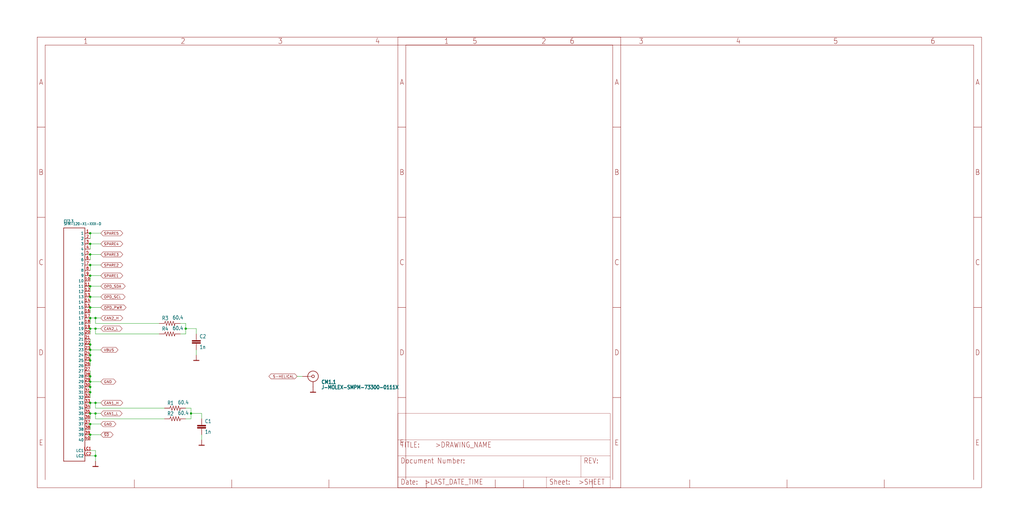
<source format=kicad_sch>
(kicad_sch (version 20211123) (generator eeschema)
  (paper "User" 490.22 254.406)
  (lib_symbols
    (symbol "oresat-backplane-2u-eagle-import:C-EU0603-C-NOSILK"
      (property "Reference" "C" (at 1.524 0.381 0))
      (property "Value" "C-EU0603-C-NOSILK" (at 1.524 -4.699 0))
      (symbol "C-EU0603-C-NOSILK_1_0"
        (rectangle (start -2.032 -2.032) (end 2.032 -1.524) (fill (type outline)))
        (rectangle (start -2.032 -1.016) (end 2.032 -0.508) (fill (type outline)))
        (polyline (pts (xy 0 -2.54) (xy 0 -2.032)) (stroke (width 0.1524)))
        (polyline (pts (xy 0 0) (xy 0 -0.508)) (stroke (width 0.1524)))
        (pin passive line (at 0 2.54 270) (length 2.54) (name "1") (number "1"))
        (pin passive line (at 0 -5.08 90) (length 2.54) (name "2") (number "2"))
      )
    )
    (symbol "oresat-backplane-2u-eagle-import:FRAME_A_L"
      (symbol "FRAME_A_L_0_0"
        (polyline (pts (xy 0 43.18) (xy 3.81 43.18)))
        (polyline (pts (xy 0 86.36) (xy 3.81 86.36)))
        (polyline (pts (xy 0 129.54) (xy 3.81 129.54)))
        (polyline (pts (xy 0 172.72) (xy 3.81 172.72)))
        (polyline (pts (xy 3.81 3.81) (xy 3.81 212.09)))
        (polyline (pts (xy 46.5667 0) (xy 46.5667 3.81)))
        (polyline (pts (xy 93.1333 0) (xy 93.1333 3.81)))
        (polyline (pts (xy 139.7 0) (xy 139.7 3.81)))
        (polyline (pts (xy 186.2667 0) (xy 186.2667 3.81)))
        (polyline (pts (xy 232.8333 0) (xy 232.8333 3.81)))
        (polyline (pts (xy 275.59 3.81) (xy 275.59 212.09)))
        (polyline (pts (xy 275.59 43.18) (xy 279.4 43.18)))
        (polyline (pts (xy 275.59 86.36) (xy 279.4 86.36)))
        (polyline (pts (xy 275.59 129.54) (xy 279.4 129.54)))
        (polyline (pts (xy 275.59 172.72) (xy 279.4 172.72)))
        (polyline (pts (xy 275.59 212.09) (xy 3.81 212.09)))
        (polyline (pts (xy 0 0) (xy 279.4 0) (xy 279.4 215.9) (xy 0 215.9) (xy 0 0)))
        (text "1" (at 23.2833 213.995 0) (effects (font (size 2.54 2.286))))
        (text "2" (at 69.85 213.995 0) (effects (font (size 2.54 2.286))))
        (text "3" (at 116.4167 213.995 0) (effects (font (size 2.54 2.286))))
        (text "4" (at 162.9833 213.995 0) (effects (font (size 2.54 2.286))))
        (text "5" (at 209.55 213.995 0) (effects (font (size 2.54 2.286))))
        (text "6" (at 256.1167 213.995 0) (effects (font (size 2.54 2.286))))
        (text "A" (at 1.905 194.31 0) (effects (font (size 2.54 2.286))))
        (text "A" (at 277.495 194.31 0) (effects (font (size 2.54 2.286))))
        (text "B" (at 1.905 151.13 0) (effects (font (size 2.54 2.286))))
        (text "B" (at 277.495 151.13 0) (effects (font (size 2.54 2.286))))
        (text "C" (at 1.905 107.95 0) (effects (font (size 2.54 2.286))))
        (text "C" (at 277.495 107.95 0) (effects (font (size 2.54 2.286))))
        (text "D" (at 1.905 64.77 0) (effects (font (size 2.54 2.286))))
        (text "D" (at 277.495 64.77 0) (effects (font (size 2.54 2.286))))
        (text "E" (at 1.905 21.59 0) (effects (font (size 2.54 2.286))))
        (text "E" (at 277.495 21.59 0) (effects (font (size 2.54 2.286))))
      )
      (symbol "FRAME_A_L_2_0"
        (polyline (pts (xy 0 0) (xy 0 5.08)) (stroke (width 0.1016)))
        (polyline (pts (xy 0 0) (xy 71.12 0)) (stroke (width 0.1016)))
        (polyline (pts (xy 0 5.08) (xy 0 15.24)) (stroke (width 0.1016)))
        (polyline (pts (xy 0 5.08) (xy 71.12 5.08)) (stroke (width 0.1016)))
        (polyline (pts (xy 0 15.24) (xy 0 22.86)) (stroke (width 0.1016)))
        (polyline (pts (xy 0 22.86) (xy 0 35.56)) (stroke (width 0.1016)))
        (polyline (pts (xy 0 22.86) (xy 101.6 22.86)) (stroke (width 0.1016)))
        (polyline (pts (xy 71.12 0) (xy 101.6 0)) (stroke (width 0.1016)))
        (polyline (pts (xy 71.12 5.08) (xy 71.12 0)) (stroke (width 0.1016)))
        (polyline (pts (xy 71.12 5.08) (xy 87.63 5.08)) (stroke (width 0.1016)))
        (polyline (pts (xy 87.63 5.08) (xy 101.6 5.08)) (stroke (width 0.1016)))
        (polyline (pts (xy 87.63 15.24) (xy 0 15.24)) (stroke (width 0.1016)))
        (polyline (pts (xy 87.63 15.24) (xy 87.63 5.08)) (stroke (width 0.1016)))
        (polyline (pts (xy 101.6 5.08) (xy 101.6 0)) (stroke (width 0.1016)))
        (polyline (pts (xy 101.6 15.24) (xy 87.63 15.24)) (stroke (width 0.1016)))
        (polyline (pts (xy 101.6 15.24) (xy 101.6 5.08)) (stroke (width 0.1016)))
        (polyline (pts (xy 101.6 22.86) (xy 101.6 15.24)) (stroke (width 0.1016)))
        (polyline (pts (xy 101.6 35.56) (xy 0 35.56)) (stroke (width 0.1016)))
        (polyline (pts (xy 101.6 35.56) (xy 101.6 22.86)) (stroke (width 0.1016)))
        (text ">DRAWING_NAME" (at 17.78 19.05 0) (effects (font (size 2.54 2.159)) (justify left bottom)))
        (text ">LAST_DATE_TIME" (at 12.7 1.27 0) (effects (font (size 2.54 2.159)) (justify left bottom)))
        (text ">SHEET" (at 86.36 1.27 0) (effects (font (size 2.54 2.159)) (justify left bottom)))
        (text "Date:" (at 1.27 1.27 0) (effects (font (size 2.54 2.159)) (justify left bottom)))
        (text "Document Number:" (at 1.27 11.43 0) (effects (font (size 2.54 2.159)) (justify left bottom)))
        (text "REV:" (at 88.9 11.43 0) (effects (font (size 2.54 2.159)) (justify left bottom)))
        (text "Sheet:" (at 72.39 1.27 0) (effects (font (size 2.54 2.159)) (justify left bottom)))
        (text "TITLE:" (at 1.27 19.05 0) (effects (font (size 2.54 2.159)) (justify left bottom)))
      )
    )
    (symbol "oresat-backplane-2u-eagle-import:GND" (power)
      (symbol "GND_1_0"
        (polyline (pts (xy -1.27 -2.54) (xy 1.27 -2.54)) (stroke (width 0.4064)))
        (pin power_in line (at 0 0 270) (length 2.54) (name "GND") (number "1"))
      )
    )
    (symbol "oresat-backplane-2u-eagle-import:R-US_1206-C"
      (property "Reference" "R" (at -3.81 1.4986 0))
      (property "Value" "R-US_1206-C" (at -3.81 -3.302 0))
      (symbol "R-US_1206-C_1_0"
        (polyline (pts (xy -2.54 0) (xy -2.159 1.016)) (stroke (width 0.2032)))
        (polyline (pts (xy -2.159 1.016) (xy -1.524 -1.016)) (stroke (width 0.2032)))
        (polyline (pts (xy -1.524 -1.016) (xy -0.889 1.016)) (stroke (width 0.2032)))
        (polyline (pts (xy -0.889 1.016) (xy -0.254 -1.016)) (stroke (width 0.2032)))
        (polyline (pts (xy -0.254 -1.016) (xy 0.381 1.016)) (stroke (width 0.2032)))
        (polyline (pts (xy 0.381 1.016) (xy 1.016 -1.016)) (stroke (width 0.2032)))
        (polyline (pts (xy 1.016 -1.016) (xy 1.651 1.016)) (stroke (width 0.2032)))
        (polyline (pts (xy 1.651 1.016) (xy 2.286 -1.016)) (stroke (width 0.2032)))
        (polyline (pts (xy 2.286 -1.016) (xy 2.54 0)) (stroke (width 0.2032)))
        (pin passive line (at -5.08 0 0) (length 2.54) (name "1") (number "1"))
        (pin passive line (at 5.08 0 180) (length 2.54) (name "2") (number "2"))
      )
    )
    (symbol "oresat-backplane-2u-eagle-import:SFM-120-X1-XXX-D"
      (property "Reference" "J" (at -2.54 50.8 0))
      (property "Value" "SFM-120-X1-XXX-D" (at -2.54 49.53 0))
      (symbol "SFM-120-X1-XXX-D_1_0"
        (polyline (pts (xy -2.54 -63.5) (xy -2.54 48.26)) (stroke (width 0.254)))
        (polyline (pts (xy -2.54 48.26) (xy 7.62 48.26)) (stroke (width 0.254)))
        (polyline (pts (xy 7.62 -63.5) (xy -2.54 -63.5)) (stroke (width 0.254)))
        (polyline (pts (xy 7.62 48.26) (xy 7.62 -63.5)) (stroke (width 0.254)))
        (pin passive line (at 10.16 45.72 180) (length 2.54) (name "1") (number "1"))
        (pin passive line (at 10.16 22.86 180) (length 2.54) (name "10") (number "10"))
        (pin passive line (at 10.16 20.32 180) (length 2.54) (name "11") (number "11"))
        (pin passive line (at 10.16 17.78 180) (length 2.54) (name "12") (number "12"))
        (pin passive line (at 10.16 15.24 180) (length 2.54) (name "13") (number "13"))
        (pin passive line (at 10.16 12.7 180) (length 2.54) (name "14") (number "14"))
        (pin passive line (at 10.16 10.16 180) (length 2.54) (name "15") (number "15"))
        (pin passive line (at 10.16 7.62 180) (length 2.54) (name "16") (number "16"))
        (pin passive line (at 10.16 5.08 180) (length 2.54) (name "17") (number "17"))
        (pin passive line (at 10.16 2.54 180) (length 2.54) (name "18") (number "18"))
        (pin passive line (at 10.16 0 180) (length 2.54) (name "19") (number "19"))
        (pin passive line (at 10.16 43.18 180) (length 2.54) (name "2") (number "2"))
        (pin passive line (at 10.16 -2.54 180) (length 2.54) (name "20") (number "20"))
        (pin passive line (at 10.16 -5.08 180) (length 2.54) (name "21") (number "21"))
        (pin passive line (at 10.16 -7.62 180) (length 2.54) (name "22") (number "22"))
        (pin passive line (at 10.16 -10.16 180) (length 2.54) (name "23") (number "23"))
        (pin passive line (at 10.16 -12.7 180) (length 2.54) (name "24") (number "24"))
        (pin passive line (at 10.16 -15.24 180) (length 2.54) (name "25") (number "25"))
        (pin passive line (at 10.16 -17.78 180) (length 2.54) (name "26") (number "26"))
        (pin passive line (at 10.16 -20.32 180) (length 2.54) (name "27") (number "27"))
        (pin passive line (at 10.16 -22.86 180) (length 2.54) (name "28") (number "28"))
        (pin passive line (at 10.16 -25.4 180) (length 2.54) (name "29") (number "29"))
        (pin passive line (at 10.16 40.64 180) (length 2.54) (name "3") (number "3"))
        (pin passive line (at 10.16 -27.94 180) (length 2.54) (name "30") (number "30"))
        (pin passive line (at 10.16 -30.48 180) (length 2.54) (name "31") (number "31"))
        (pin passive line (at 10.16 -33.02 180) (length 2.54) (name "32") (number "32"))
        (pin passive line (at 10.16 -35.56 180) (length 2.54) (name "33") (number "33"))
        (pin passive line (at 10.16 -38.1 180) (length 2.54) (name "34") (number "34"))
        (pin passive line (at 10.16 -40.64 180) (length 2.54) (name "35") (number "35"))
        (pin passive line (at 10.16 -43.18 180) (length 2.54) (name "36") (number "36"))
        (pin passive line (at 10.16 -45.72 180) (length 2.54) (name "37") (number "37"))
        (pin passive line (at 10.16 -48.26 180) (length 2.54) (name "38") (number "38"))
        (pin passive line (at 10.16 -50.8 180) (length 2.54) (name "39") (number "39"))
        (pin passive line (at 10.16 38.1 180) (length 2.54) (name "4") (number "4"))
        (pin passive line (at 10.16 -53.34 180) (length 2.54) (name "40") (number "40"))
        (pin passive line (at 10.16 35.56 180) (length 2.54) (name "5") (number "5"))
        (pin passive line (at 10.16 33.02 180) (length 2.54) (name "6") (number "6"))
        (pin passive line (at 10.16 30.48 180) (length 2.54) (name "7") (number "7"))
        (pin passive line (at 10.16 27.94 180) (length 2.54) (name "8") (number "8"))
        (pin passive line (at 10.16 25.4 180) (length 2.54) (name "9") (number "9"))
        (pin passive line (at 10.16 -58.42 180) (length 2.54) (name "LC1") (number "LC1"))
        (pin passive line (at 10.16 -60.96 180) (length 2.54) (name "LC2") (number "LC2"))
      )
    )
    (symbol "oresat-symbols:J-MOLEX-SMPM-73300-0111X_1"
      (property "Reference" "CM2.2" (at 3.81 -3.81 0))
      (property "Value" "J-MOLEX-SMPM-73300-0111X_1" (at 3.81 -6.35 0))
      (symbol "J-MOLEX-SMPM-73300-0111X_1_1_0"
        (polyline (pts (xy -2.54 0) (xy -0.635 0)) (stroke (width 0.1524)))
        (circle (center 0 0) (radius 0.635) (stroke (width 0.254)))
        (circle (center 0 0) (radius 2.54) (stroke (width 0.254)))
        (pin passive line (at 0 -5.08 90) (length 2.54) (name "SHIELD1") (number "GND"))
        (pin passive line (at -5.08 0 0) (length 2.54) (name "RF") (number "RF-DOWN"))
      )
    )
  )
  (junction (at 43.18 111.76))
  (junction (at 43.18 127))
  (junction (at 43.18 116.84))
  (junction (at 43.18 157.48))
  (junction (at 45.72 198.12))
  (junction (at 43.18 172.72))
  (junction (at 43.18 180.34))
  (junction (at 43.18 165.1))
  (junction (at 43.18 208.28))
  (junction (at 43.18 185.42))
  (junction (at 45.72 152.4))
  (junction (at 91.44 198.12))
  (junction (at 43.18 121.92))
  (junction (at 43.18 142.24))
  (junction (at 43.18 132.08))
  (junction (at 43.18 137.16))
  (junction (at 43.18 152.4))
  (junction (at 45.72 157.48))
  (junction (at 43.18 147.32))
  (junction (at 43.18 182.88))
  (junction (at 43.18 187.96))
  (junction (at 43.18 203.2))
  (junction (at 88.9 157.48))
  (junction (at 43.18 167.64))
  (junction (at 43.18 193.04))
  (junction (at 43.18 170.18))
  (junction (at 45.72 193.04))
  (junction (at 43.18 198.12))
  (junction (at 45.72 218.44))
  (wire (pts (xy 45.72 157.48) (xy 43.18 157.48)))
  (wire (pts (xy 88.9 157.48) (xy 93.98 157.48)))
  (wire (pts (xy 45.72 193.04) (xy 43.18 193.04)))
  (wire (pts (xy 45.72 154.94) (xy 76.2 154.94)))
  (wire (pts (xy 45.72 152.4) (xy 43.18 152.4)))
  (wire (pts (xy 48.26 167.64) (xy 43.18 167.64)))
  (wire (pts (xy 43.18 167.64) (xy 43.18 170.18)))
  (wire (pts (xy 48.26 152.4) (xy 45.72 152.4)))
  (wire (pts (xy 48.26 193.04) (xy 45.72 193.04)))
  (wire (pts (xy 91.44 198.12) (xy 91.44 200.66)))
  (wire (pts (xy 43.18 177.8) (xy 43.18 180.34)))
  (wire (pts (xy 86.36 154.94) (xy 88.9 154.94)))
  (wire (pts (xy 48.26 157.48) (xy 45.72 157.48)))
  (wire (pts (xy 78.74 195.58) (xy 45.72 195.58)))
  (wire (pts (xy 43.18 147.32) (xy 43.18 149.86)))
  (wire (pts (xy 144.78 180.34) (xy 142.24 180.34)))
  (wire (pts (xy 43.18 111.76) (xy 43.18 114.3)))
  (wire (pts (xy 48.26 203.2) (xy 43.18 203.2)))
  (wire (pts (xy 43.18 187.96) (xy 43.18 190.5)))
  (wire (pts (xy 88.9 154.94) (xy 88.9 157.48)))
  (wire (pts (xy 45.72 218.44) (xy 45.72 220.98)))
  (wire (pts (xy 43.18 198.12) (xy 43.18 200.66)))
  (wire (pts (xy 78.74 200.66) (xy 45.72 200.66)))
  (wire (pts (xy 43.18 154.94) (xy 43.18 152.4)))
  (wire (pts (xy 48.26 198.12) (xy 45.72 198.12)))
  (wire (pts (xy 43.18 121.92) (xy 48.26 121.92)))
  (wire (pts (xy 43.18 193.04) (xy 43.18 195.58)))
  (wire (pts (xy 43.18 116.84) (xy 48.26 116.84)))
  (wire (pts (xy 43.18 157.48) (xy 43.18 160.02)))
  (wire (pts (xy 93.98 167.64) (xy 93.98 170.18)))
  (wire (pts (xy 91.44 200.66) (xy 88.9 200.66)))
  (wire (pts (xy 91.44 198.12) (xy 96.52 198.12)))
  (wire (pts (xy 48.26 208.28) (xy 43.18 208.28)))
  (wire (pts (xy 48.26 132.08) (xy 43.18 132.08)))
  (wire (pts (xy 43.18 172.72) (xy 43.18 175.26)))
  (wire (pts (xy 45.72 200.66) (xy 45.72 198.12)))
  (wire (pts (xy 43.18 208.28) (xy 43.18 210.82)))
  (wire (pts (xy 43.18 111.76) (xy 48.26 111.76)))
  (wire (pts (xy 43.18 182.88) (xy 43.18 185.42)))
  (wire (pts (xy 43.18 180.34) (xy 43.18 182.88)))
  (wire (pts (xy 93.98 157.48) (xy 93.98 160.02)))
  (wire (pts (xy 43.18 203.2) (xy 43.18 205.74)))
  (wire (pts (xy 91.44 195.58) (xy 91.44 198.12)))
  (wire (pts (xy 43.18 215.9) (xy 45.72 215.9)))
  (wire (pts (xy 96.52 208.28) (xy 96.52 210.82)))
  (wire (pts (xy 88.9 195.58) (xy 91.44 195.58)))
  (wire (pts (xy 48.26 127) (xy 43.18 127)))
  (wire (pts (xy 48.26 147.32) (xy 43.18 147.32)))
  (wire (pts (xy 45.72 195.58) (xy 45.72 193.04)))
  (wire (pts (xy 43.18 162.56) (xy 43.18 165.1)))
  (wire (pts (xy 45.72 160.02) (xy 76.2 160.02)))
  (wire (pts (xy 43.18 142.24) (xy 43.18 144.78)))
  (wire (pts (xy 45.72 198.12) (xy 43.18 198.12)))
  (wire (pts (xy 43.18 142.24) (xy 48.26 142.24)))
  (wire (pts (xy 43.18 127) (xy 43.18 129.54)))
  (wire (pts (xy 43.18 132.08) (xy 43.18 134.62)))
  (wire (pts (xy 88.9 160.02) (xy 86.36 160.02)))
  (wire (pts (xy 45.72 152.4) (xy 45.72 154.94)))
  (wire (pts (xy 88.9 157.48) (xy 88.9 160.02)))
  (wire (pts (xy 43.18 218.44) (xy 45.72 218.44)))
  (wire (pts (xy 43.18 170.18) (xy 43.18 172.72)))
  (wire (pts (xy 48.26 182.88) (xy 43.18 182.88)))
  (wire (pts (xy 48.26 137.16) (xy 43.18 137.16)))
  (wire (pts (xy 43.18 116.84) (xy 43.18 119.38)))
  (wire (pts (xy 45.72 215.9) (xy 45.72 218.44)))
  (wire (pts (xy 45.72 157.48) (xy 45.72 160.02)))
  (wire (pts (xy 96.52 200.66) (xy 96.52 198.12)))
  (wire (pts (xy 43.18 139.7) (xy 43.18 137.16)))
  (wire (pts (xy 43.18 121.92) (xy 43.18 124.46)))
  (wire (pts (xy 43.18 185.42) (xy 43.18 187.96)))
  (wire (pts (xy 43.18 165.1) (xy 43.18 167.64)))
  (global_label "CAN1_H" (shape bidirectional) (at 48.26 193.04 0) (effects (font (size 1.2446 1.2446))) (property "Intersheet References" "${INTERSHEET_REFS}" (effects hide)))
  (global_label "OPD_SCL" (shape bidirectional) (at 48.26 142.24 0) (effects (font (size 1.2446 1.2446))) (property "Intersheet References" "${INTERSHEET_REFS}" (effects hide)))
  (global_label "SPARE2" (shape bidirectional) (at 48.26 127 0) (effects (font (size 1.2446 1.2446))) (property "Intersheet References" "${INTERSHEET_REFS}" (effects hide)))
  (global_label "SPARE3" (shape bidirectional) (at 48.26 121.92 0) (effects (font (size 1.2446 1.2446))) (property "Intersheet References" "${INTERSHEET_REFS}" (effects hide)))
  (global_label "VBUS" (shape bidirectional) (at 48.26 167.64 0) (effects (font (size 1.2446 1.2446))) (property "Intersheet References" "${INTERSHEET_REFS}" (effects hide)))
  (global_label "GND" (shape bidirectional) (at 48.26 203.2 0) (effects (font (size 1.2446 1.2446))) (property "Intersheet References" "${INTERSHEET_REFS}" (effects hide)))
  (global_label "SPARE5" (shape bidirectional) (at 48.26 111.76 0) (effects (font (size 1.2446 1.2446))) (property "Intersheet References" "${INTERSHEET_REFS}" (effects hide)))
  (global_label "OPD_PWR" (shape bidirectional) (at 48.26 147.32 0) (effects (font (size 1.2446 1.2446))) (property "Intersheet References" "${INTERSHEET_REFS}" (effects hide)))
  (global_label "CAN1_L" (shape bidirectional) (at 48.26 198.12 0) (effects (font (size 1.2446 1.2446))) (property "Intersheet References" "${INTERSHEET_REFS}" (effects hide)))
  (global_label "CAN2_L" (shape bidirectional) (at 48.26 157.48 0) (effects (font (size 1.2446 1.2446))) (property "Intersheet References" "${INTERSHEET_REFS}" (effects hide)))
  (global_label "GND" (shape bidirectional) (at 48.26 182.88 0) (effects (font (size 1.2446 1.2446))) (property "Intersheet References" "${INTERSHEET_REFS}" (effects hide)))
  (global_label "~{SD}" (shape bidirectional) (at 48.26 208.28 0) (effects (font (size 1.2446 1.2446))) (property "Intersheet References" "${INTERSHEET_REFS}" (effects hide)))
  (global_label "S-HELICAL" (shape bidirectional) (at 142.24 180.34 180) (effects (font (size 1.2446 1.2446))) (property "Intersheet References" "${INTERSHEET_REFS}" (effects hide)))
  (global_label "OPD_SDA" (shape bidirectional) (at 48.26 137.16 0) (effects (font (size 1.2446 1.2446))) (property "Intersheet References" "${INTERSHEET_REFS}" (effects hide)))
  (global_label "SPARE1" (shape bidirectional) (at 48.26 132.08 0) (effects (font (size 1.2446 1.2446))) (property "Intersheet References" "${INTERSHEET_REFS}" (effects hide)))
  (global_label "SPARE4" (shape bidirectional) (at 48.26 116.84 0) (effects (font (size 1.2446 1.2446))) (property "Intersheet References" "${INTERSHEET_REFS}" (effects hide)))
  (global_label "CAN2_H" (shape bidirectional) (at 48.26 152.4 0) (effects (font (size 1.2446 1.2446))) (property "Intersheet References" "${INTERSHEET_REFS}" (effects hide)))
  (symbol (lib_id "oresat-backplane-2u-eagle-import:R-US_1206-C") (at 81.28 160.02 0) (unit 1)
    (property "Reference" "R4" (at 77.47 158.5214 0) (effects (font (size 1.778 1.5113)) (justify left bottom)))
    (property "Value" "60.4" (at 82.55 158.242 0) (effects (font (size 1.778 1.5113)) (justify left bottom)))
    (property "Footprint" "oresat-backplane-2u:1206-C" (effects hide))
  )
  (symbol (lib_id "oresat-backplane-2u-eagle-import:C-EU0603-C-NOSILK") (at 93.98 162.56 0) (unit 1)
    (property "Reference" "C2" (at 95.504 162.179 0) (effects (font (size 1.778 1.5113)) (justify left bottom)))
    (property "Value" "1n" (at 95.504 167.259 0) (effects (font (size 1.778 1.5113)) (justify left bottom)))
    (property "Footprint" "oresat-backplane-2u:.0603-C-NOSILK" (effects hide))
  )
  (symbol (lib_id "oresat-backplane-2u-eagle-import:SFM-120-X1-XXX-D") (at 33.02 157.48 0) (unit 1)
    (property "Reference" "CF2.3" (at 30.48 106.68 0) (effects (font (size 1.27 1.0795)) (justify left bottom)))
    (property "Value" "SFM-120-X1-XXX-D" (at 30.48 107.95 0) (effects (font (size 1.27 1.0795)) (justify left bottom)))
    (property "Footprint" "oresat-backplane-2u:SFM-120-X1-XXX-D" (effects hide))
  )
  (symbol (lib_id "oresat-backplane-2u-eagle-import:GND") (at 149.86 185.42 0) (unit 1)
    (property "Reference" "#GND014" (effects hide))
    (property "Value" "GND" (effects hide))
    (property "Footprint" "oresat-backplane-2u:" (effects hide))
  )
  (symbol (lib_id "oresat-backplane-2u-eagle-import:FRAME_A_L") (at 17.78 233.68 0) (unit 1)
    (property "Reference" "#FRAME20" (effects hide))
    (property "Value" "FRAME_A_L" (effects hide))
    (property "Footprint" "oresat-backplane-2u:" (effects hide))
  )
  (symbol (lib_id "oresat-backplane-2u-eagle-import:R-US_1206-C") (at 83.82 195.58 0) (unit 1)
    (property "Reference" "R1" (at 80.01 194.0814 0) (effects (font (size 1.778 1.5113)) (justify left bottom)))
    (property "Value" "60.4" (at 85.09 193.802 0) (effects (font (size 1.778 1.5113)) (justify left bottom)))
    (property "Footprint" "oresat-backplane-2u:1206-C" (effects hide))
  )
  (symbol (lib_id "oresat-backplane-2u-eagle-import:R-US_1206-C") (at 81.28 154.94 0) (unit 1)
    (property "Reference" "R3" (at 77.47 153.4414 0) (effects (font (size 1.778 1.5113)) (justify left bottom)))
    (property "Value" "60.4" (at 82.55 153.162 0) (effects (font (size 1.778 1.5113)) (justify left bottom)))
    (property "Footprint" "oresat-backplane-2u:1206-C" (effects hide))
  )
  (symbol (lib_id "oresat-backplane-2u-eagle-import:GND") (at 93.98 170.18 0) (unit 1)
    (property "Reference" "#GND015" (effects hide))
    (property "Value" "GND" (effects hide))
    (property "Footprint" "oresat-backplane-2u:" (effects hide))
  )
  (symbol (lib_id "oresat-backplane-2u-eagle-import:FRAME_A_L") (at 190.5 233.68 0) (unit 2)
    (property "Reference" "#FRAME20" (effects hide))
    (property "Value" "FRAME_A_L" (effects hide))
    (property "Footprint" "oresat-backplane-2u:" (effects hide))
  )
  (symbol (lib_id "oresat-backplane-2u-eagle-import:R-US_1206-C") (at 83.82 200.66 0) (unit 1)
    (property "Reference" "R2" (at 80.01 199.1614 0) (effects (font (size 1.778 1.5113)) (justify left bottom)))
    (property "Value" "60.4" (at 85.09 198.882 0) (effects (font (size 1.778 1.5113)) (justify left bottom)))
    (property "Footprint" "oresat-backplane-2u:1206-C" (effects hide))
  )
  (symbol (lib_id "oresat-backplane-2u-eagle-import:GND") (at 96.52 210.82 0) (unit 1)
    (property "Reference" "#GND016" (effects hide))
    (property "Value" "GND" (effects hide))
    (property "Footprint" "oresat-backplane-2u:" (effects hide))
  )
  (symbol (lib_id "oresat-backplane-2u-eagle-import:GND") (at 45.72 220.98 0) (unit 1)
    (property "Reference" "#GND090" (effects hide))
    (property "Value" "GND" (effects hide))
    (property "Footprint" "oresat-backplane-2u:" (effects hide))
  )
  (symbol (lib_id "oresat-symbols:J-MOLEX-SMPM-73300-0111X_1") (at 149.86 180.34 0) (unit 1)
    (property "Reference" "CM1.1" (at 153.67 184.15 0) (effects (font (size 1.778 1.5113) bold) (justify left bottom)))
    (property "Value" "J-MOLEX-SMPM-73300-0111X" (at 153.67 186.69 0) (effects (font (size 1.778 1.5113) bold) (justify left bottom)))
    (property "Footprint" "oresat-footprints:J-MOLEX-SMPM-73300-0111X-long" (effects hide))
  )
  (symbol (lib_id "oresat-backplane-2u-eagle-import:C-EU0603-C-NOSILK") (at 96.52 203.2 0) (unit 1)
    (property "Reference" "C1" (at 98.044 202.819 0) (effects (font (size 1.778 1.5113)) (justify left bottom)))
    (property "Value" "1n" (at 98.044 207.899 0) (effects (font (size 1.778 1.5113)) (justify left bottom)))
    (property "Footprint" "oresat-backplane-2u:.0603-C-NOSILK" (effects hide))
  )
)
</source>
